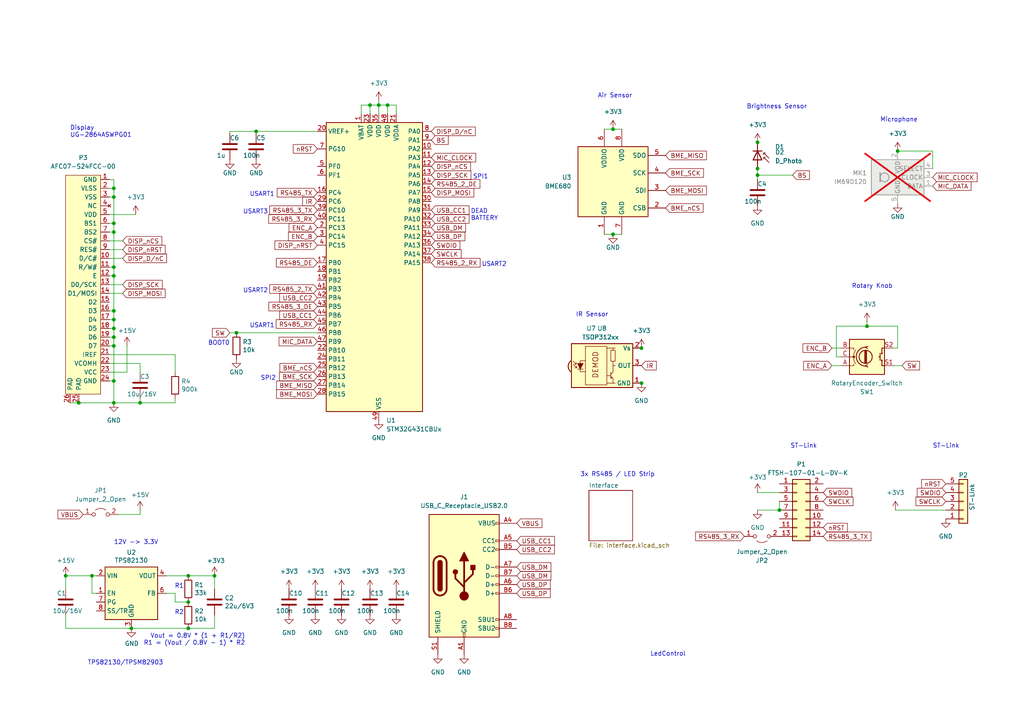
<source format=kicad_sch>
(kicad_sch (version 20231120) (generator "eeschema") (generator_version "8.0")
  (paper "A4")
  (lib_symbols
    (symbol "Connector:USB_C_Receptacle_USB2.0" (pin_names (offset 1.016))
      (property "Reference" "J" (at -10.16 19.05 0))
      (property "Value" "USB_C_Receptacle_USB2.0" (at 19.05 19.05 0))
      (symbol "USB_C_Receptacle_USB2.0_1_1"
        (pin passive line (at 0 -22.86 90) (length 5.08) (name "GND") (number "A1"))
        (pin passive line (at 0 -22.86 90) (length 5.08) hide (name "GND") (number "A12"))
        (pin passive line (at 15.24 15.24 180) (length 5.08) (name "VBUS") (number "A4"))
        (pin bidirectional line (at 15.24 10.16 180) (length 5.08) (name "CC1") (number "A5"))
        (pin bidirectional line (at 15.24 -2.54 180) (length 5.08) (name "D+") (number "A6"))
        (pin bidirectional line (at 15.24 2.54 180) (length 5.08) (name "D-") (number "A7"))
        (pin bidirectional line (at 15.24 -12.7 180) (length 5.08) (name "SBU1") (number "A8"))
        (pin passive line (at 15.24 15.24 180) (length 5.08) hide (name "VBUS") (number "A9"))
        (pin passive line (at 0 -22.86 90) (length 5.08) hide (name "GND") (number "B1"))
        (pin passive line (at 0 -22.86 90) (length 5.08) hide (name "GND") (number "B12"))
        (pin passive line (at 15.24 15.24 180) (length 5.08) hide (name "VBUS") (number "B4"))
        (pin bidirectional line (at 15.24 7.62 180) (length 5.08) (name "CC2") (number "B5"))
        (pin bidirectional line (at 15.24 -5.08 180) (length 5.08) (name "D+") (number "B6"))
        (pin bidirectional line (at 15.24 0 180) (length 5.08) (name "D-") (number "B7"))
        (pin bidirectional line (at 15.24 -15.24 180) (length 5.08) (name "SBU2") (number "B8"))
        (pin passive line (at 15.24 15.24 180) (length 5.08) hide (name "VBUS") (number "B9"))
        (pin passive line (at -7.62 -22.86 90) (length 5.08) (name "SHIELD") (number "S1"))
      )
    )
    (symbol "Connector_Generic:Conn_01x05" (pin_names (offset 1.016) hide)
      (property "Reference" "J" (at 0 7.62 0))
      (property "Value" "Conn_01x05" (at 0 -7.62 0))
      (symbol "Conn_01x05_1_1"
        (pin passive line (at -5.08 5.08 0) (length 3.81) (name "Pin_1") (number "1"))
        (pin passive line (at -5.08 2.54 0) (length 3.81) (name "Pin_2") (number "2"))
        (pin passive line (at -5.08 0 0) (length 3.81) (name "Pin_3") (number "3"))
        (pin passive line (at -5.08 -2.54 0) (length 3.81) (name "Pin_4") (number "4"))
        (pin passive line (at -5.08 -5.08 0) (length 3.81) (name "Pin_5") (number "5"))
      )
    )
    (symbol "Connector_Generic:Conn_02x07_Odd_Even" (pin_names (offset 1.016) hide)
      (property "Reference" "J" (at 1.27 10.16 0))
      (property "Value" "Conn_02x07_Odd_Even" (at 1.27 -10.16 0))
      (symbol "Conn_02x07_Odd_Even_1_1"
        (pin passive line (at -5.08 7.62 0) (length 3.81) (name "Pin_1") (number "1"))
        (pin passive line (at 7.62 -2.54 180) (length 3.81) (name "Pin_10") (number "10"))
        (pin passive line (at -5.08 -5.08 0) (length 3.81) (name "Pin_11") (number "11"))
        (pin passive line (at 7.62 -5.08 180) (length 3.81) (name "Pin_12") (number "12"))
        (pin passive line (at -5.08 -7.62 0) (length 3.81) (name "Pin_13") (number "13"))
        (pin passive line (at 7.62 -7.62 180) (length 3.81) (name "Pin_14") (number "14"))
        (pin passive line (at 7.62 7.62 180) (length 3.81) (name "Pin_2") (number "2"))
        (pin passive line (at -5.08 5.08 0) (length 3.81) (name "Pin_3") (number "3"))
        (pin passive line (at 7.62 5.08 180) (length 3.81) (name "Pin_4") (number "4"))
        (pin passive line (at -5.08 2.54 0) (length 3.81) (name "Pin_5") (number "5"))
        (pin passive line (at 7.62 2.54 180) (length 3.81) (name "Pin_6") (number "6"))
        (pin passive line (at -5.08 0 0) (length 3.81) (name "Pin_7") (number "7"))
        (pin passive line (at 7.62 0 180) (length 3.81) (name "Pin_8") (number "8"))
        (pin passive line (at -5.08 -2.54 0) (length 3.81) (name "Pin_9") (number "9"))
      )
    )
    (symbol "Device:C" (pin_numbers hide) (pin_names (offset 0.254))
      (property "Reference" "C" (at 0.635 2.54 0))
      (property "Value" "C" (at 0.635 -2.54 0))
      (symbol "C_1_1"
        (pin passive line (at 0 3.81 270) (length 2.794) (name "~") (number "1"))
        (pin passive line (at 0 -3.81 90) (length 2.794) (name "~") (number "2"))
      )
    )
    (symbol "Device:D_Photo" (pin_numbers hide) (pin_names hide)
      (property "Reference" "D" (at 0.508 1.778 0))
      (property "Value" "D_Photo" (at -1.016 -2.794 0))
      (symbol "D_Photo_1_1"
        (pin passive line (at -5.08 0 0) (length 2.54) (name "K") (number "1"))
        (pin passive line (at 2.54 0 180) (length 2.54) (name "A") (number "2"))
      )
    )
    (symbol "Device:R" (pin_numbers hide) (pin_names (offset 0))
      (property "Reference" "R" (at 2.032 0 90))
      (property "Value" "R" (at 0 0 90))
      (symbol "R_1_1"
        (pin passive line (at 0 3.81 270) (length 1.27) (name "~") (number "1"))
        (pin passive line (at 0 -3.81 90) (length 1.27) (name "~") (number "2"))
      )
    )
    (symbol "Device:RotaryEncoder_Switch" (pin_names (offset 0.254) hide)
      (property "Reference" "SW" (at 0 6.604 0))
      (property "Value" "RotaryEncoder_Switch" (at 0 -6.604 0))
      (symbol "RotaryEncoder_Switch_1_1"
        (pin passive line (at -7.62 2.54 0) (length 2.54) (name "A") (number "A"))
        (pin passive line (at -7.62 -2.54 0) (length 2.54) (name "B") (number "B"))
        (pin passive line (at -7.62 0 0) (length 2.54) (name "C") (number "C"))
        (pin passive line (at 7.62 2.54 180) (length 2.54) (name "S1") (number "S1"))
        (pin passive line (at 7.62 -2.54 180) (length 2.54) (name "S2") (number "S2"))
      )
    )
    (symbol "Interface_Optical:TSOP312xx"
      (property "Reference" "U" (at -10.16 7.62 0))
      (property "Value" "TSOP312xx" (at -10.16 -7.62 0))
      (symbol "TSOP312xx_0_0"
        (text "DEMOD" (at -3.175 0.254 900) (effects (font (size 1.524 1.524))))
      )
      (symbol "TSOP312xx_1_1"
        (pin power_in line (at 10.16 -5.08 180) (length 2.54) (name "GND") (number "1"))
        (pin power_in line (at 10.16 5.08 180) (length 2.54) (name "Vs") (number "2"))
        (pin output line (at 10.16 0 180) (length 2.54) (name "OUT") (number "3"))
      )
    )
    (symbol "Jumper:Jumper_2_Open" (pin_names (offset 0) hide)
      (property "Reference" "JP" (at 0 2.794 0))
      (property "Value" "Jumper_2_Open" (at 0 -2.286 0))
      (symbol "Jumper_2_Open_1_1"
        (pin passive line (at -5.08 0 0) (length 2.54) (name "A") (number "1"))
        (pin passive line (at 5.08 0 180) (length 2.54) (name "B") (number "2"))
      )
    )
    (symbol "MCU_ST_STM32G4:STM32G431CBUx"
      (property "Reference" "U" (at -12.7 44.45 0))
      (property "Value" "STM32G431CBUx" (at 10.16 44.45 0))
      (symbol "STM32G431CBUx_1_1"
        (pin power_in line (at -2.54 45.72 270) (length 2.54) (name "VBAT") (number "1"))
        (pin bidirectional line (at 17.78 35.56 180) (length 2.54) (name "PA2") (number "10"))
        (pin bidirectional line (at 17.78 33.02 180) (length 2.54) (name "PA3") (number "11"))
        (pin bidirectional line (at 17.78 30.48 180) (length 2.54) (name "PA4") (number "12"))
        (pin bidirectional line (at 17.78 27.94 180) (length 2.54) (name "PA5") (number "13"))
        (pin bidirectional line (at 17.78 25.4 180) (length 2.54) (name "PA6") (number "14"))
        (pin bidirectional line (at 17.78 22.86 180) (length 2.54) (name "PA7") (number "15"))
        (pin bidirectional line (at -15.24 22.86 0) (length 2.54) (name "PC4") (number "16"))
        (pin bidirectional line (at -15.24 2.54 0) (length 2.54) (name "PB0") (number "17"))
        (pin bidirectional line (at -15.24 0 0) (length 2.54) (name "PB1") (number "18"))
        (pin bidirectional line (at -15.24 -2.54 0) (length 2.54) (name "PB2") (number "19"))
        (pin bidirectional line (at -15.24 12.7 0) (length 2.54) (name "PC13") (number "2"))
        (pin input line (at -15.24 40.64 0) (length 2.54) (name "VREF+") (number "20"))
        (pin power_in line (at 7.62 45.72 270) (length 2.54) (name "VDDA") (number "21"))
        (pin bidirectional line (at -15.24 -22.86 0) (length 2.54) (name "PB10") (number "22"))
        (pin power_in line (at 0 45.72 270) (length 2.54) (name "VDD") (number "23"))
        (pin bidirectional line (at -15.24 -25.4 0) (length 2.54) (name "PB11") (number "24"))
        (pin bidirectional line (at -15.24 -27.94 0) (length 2.54) (name "PB12") (number "25"))
        (pin bidirectional line (at -15.24 -30.48 0) (length 2.54) (name "PB13") (number "26"))
        (pin bidirectional line (at -15.24 -33.02 0) (length 2.54) (name "PB14") (number "27"))
        (pin bidirectional line (at -15.24 -35.56 0) (length 2.54) (name "PB15") (number "28"))
        (pin bidirectional line (at -15.24 20.32 0) (length 2.54) (name "PC6") (number "29"))
        (pin bidirectional line (at -15.24 10.16 0) (length 2.54) (name "PC14") (number "3"))
        (pin bidirectional line (at 17.78 20.32 180) (length 2.54) (name "PA8") (number "30"))
        (pin bidirectional line (at 17.78 17.78 180) (length 2.54) (name "PA9") (number "31"))
        (pin bidirectional line (at 17.78 15.24 180) (length 2.54) (name "PA10") (number "32"))
        (pin bidirectional line (at 17.78 12.7 180) (length 2.54) (name "PA11") (number "33"))
        (pin bidirectional line (at 17.78 10.16 180) (length 2.54) (name "PA12") (number "34"))
        (pin power_in line (at 2.54 45.72 270) (length 2.54) (name "VDD") (number "35"))
        (pin bidirectional line (at 17.78 7.62 180) (length 2.54) (name "PA13") (number "36"))
        (pin bidirectional line (at 17.78 5.08 180) (length 2.54) (name "PA14") (number "37"))
        (pin bidirectional line (at 17.78 2.54 180) (length 2.54) (name "PA15") (number "38"))
        (pin bidirectional line (at -15.24 17.78 0) (length 2.54) (name "PC10") (number "39"))
        (pin bidirectional line (at -15.24 7.62 0) (length 2.54) (name "PC15") (number "4"))
        (pin bidirectional line (at -15.24 15.24 0) (length 2.54) (name "PC11") (number "40"))
        (pin bidirectional line (at -15.24 -5.08 0) (length 2.54) (name "PB3") (number "41"))
        (pin bidirectional line (at -15.24 -7.62 0) (length 2.54) (name "PB4") (number "42"))
        (pin bidirectional line (at -15.24 -10.16 0) (length 2.54) (name "PB5") (number "43"))
        (pin bidirectional line (at -15.24 -12.7 0) (length 2.54) (name "PB6") (number "44"))
        (pin bidirectional line (at -15.24 -15.24 0) (length 2.54) (name "PB7") (number "45"))
        (pin bidirectional line (at -15.24 -17.78 0) (length 2.54) (name "PB8") (number "46"))
        (pin bidirectional line (at -15.24 -20.32 0) (length 2.54) (name "PB9") (number "47"))
        (pin power_in line (at 5.08 45.72 270) (length 2.54) (name "VDD") (number "48"))
        (pin power_in line (at 2.54 -43.18 90) (length 2.54) (name "VSS") (number "49"))
        (pin bidirectional line (at -15.24 30.48 0) (length 2.54) (name "PF0") (number "5"))
        (pin bidirectional line (at -15.24 27.94 0) (length 2.54) (name "PF1") (number "6"))
        (pin bidirectional line (at -15.24 35.56 0) (length 2.54) (name "PG10") (number "7"))
        (pin bidirectional line (at 17.78 40.64 180) (length 2.54) (name "PA0") (number "8"))
        (pin bidirectional line (at 17.78 38.1 180) (length 2.54) (name "PA1") (number "9"))
      )
    )
    (symbol "Regulator_Switching:TPS82130"
      (property "Reference" "U" (at 1.27 11.43 0))
      (property "Value" "TPS82130" (at 5.08 8.89 0))
      (symbol "TPS82130_1_1"
        (pin input line (at -10.16 0 0) (length 2.54) (name "EN") (number "1"))
        (pin power_in line (at -10.16 5.08 0) (length 2.54) (name "VIN") (number "2"))
        (pin power_in line (at 0 -10.16 90) (length 2.54) (name "GND") (number "3"))
        (pin power_out line (at 10.16 5.08 180) (length 2.54) (name "VOUT") (number "4"))
        (pin passive line (at 10.16 5.08 180) (length 2.54) hide (name "VOUT") (number "5"))
        (pin input line (at 10.16 0 180) (length 2.54) (name "FB") (number "6"))
        (pin open_collector line (at -10.16 -2.54 0) (length 2.54) (name "PG") (number "7"))
        (pin input line (at -10.16 -5.08 0) (length 2.54) (name "SS/TR") (number "8"))
        (pin passive line (at 0 -10.16 90) (length 2.54) hide (name "GND") (number "9"))
      )
    )
    (symbol "Sensor:BME680"
      (property "Reference" "U" (at -8.89 11.43 0))
      (property "Value" "BME680" (at 7.62 11.43 0))
      (symbol "BME680_1_1"
        (pin power_in line (at -2.54 -15.24 90) (length 5.08) (name "GND") (number "1"))
        (pin input line (at 15.24 -7.62 180) (length 5.08) (name "CSB") (number "2"))
        (pin bidirectional line (at 15.24 -2.54 180) (length 5.08) (name "SDI") (number "3"))
        (pin input line (at 15.24 2.54 180) (length 5.08) (name "SCK") (number "4"))
        (pin bidirectional line (at 15.24 7.62 180) (length 5.08) (name "SDO") (number "5"))
        (pin power_in line (at -2.54 15.24 270) (length 5.08) (name "VDDIO") (number "6"))
        (pin power_in line (at 2.54 -15.24 90) (length 5.08) (name "GND") (number "7"))
        (pin power_in line (at 2.54 15.24 270) (length 5.08) (name "VDD") (number "8"))
      )
    )
    (symbol "Sensor_Audio:IM69D120" (pin_names (offset 0.254))
      (property "Reference" "MK" (at -7.62 6.35 0))
      (property "Value" "IM69D120" (at 1.27 6.35 0))
      (symbol "IM69D120_1_1"
        (pin output line (at 10.16 -2.54 180) (length 2.54) (name "DATA") (number "1"))
        (pin power_in line (at 0 7.62 270) (length 2.54) (name "VDD") (number "2"))
        (pin input line (at 10.16 0 180) (length 2.54) (name "CLOCK") (number "3"))
        (pin input line (at 10.16 2.54 180) (length 2.54) (name "SELECT") (number "4"))
        (pin power_in line (at 0 -7.62 90) (length 2.54) (name "GND") (number "5"))
      )
    )
    (symbol "UG-2864ASWPG01_1" (pin_names (offset 1.016))
      (property "Reference" "P" (at -10.16 33.02 0))
      (property "Value" "UG-2864ASWPG01" (at 1.27 33.02 0))
      (symbol "UG-2864ASWPG01_1_1_1"
        (pin power_in line (at 2.54 30.48 180) (length 2.54) (name "GND") (number "1"))
        (pin input line (at 2.54 7.62 180) (length 2.54) (name "D/C#") (number "10"))
        (pin input line (at 2.54 5.08 180) (length 2.54) (name "R/W#") (number "11"))
        (pin input line (at 2.54 2.54 180) (length 2.54) (name "E") (number "12"))
        (pin input line (at 2.54 0 180) (length 2.54) (name "D0/SCK") (number "13"))
        (pin input line (at 2.54 -2.54 180) (length 2.54) (name "D1/MOSI") (number "14"))
        (pin input line (at 2.54 -5.08 180) (length 2.54) (name "D2") (number "15"))
        (pin input line (at 2.54 -7.62 180) (length 2.54) (name "D3") (number "16"))
        (pin input line (at 2.54 -10.16 180) (length 2.54) (name "D4") (number "17"))
        (pin input line (at 2.54 -12.7 180) (length 2.54) (name "D5") (number "18"))
        (pin input line (at 2.54 -15.24 180) (length 2.54) (name "D6") (number "19"))
        (pin power_in line (at 2.54 27.94 180) (length 2.54) (name "VLSS") (number "2"))
        (pin input line (at 2.54 -17.78 180) (length 2.54) (name "D7") (number "20"))
        (pin input line (at 2.54 -20.32 180) (length 2.54) (name "IREF") (number "21"))
        (pin input line (at 2.54 -22.86 180) (length 2.54) (name "VCOMH") (number "22"))
        (pin power_in line (at 2.54 -25.4 180) (length 2.54) (name "VCC") (number "23"))
        (pin power_in line (at 2.54 -27.94 180) (length 2.54) (name "GND") (number "24"))
        (pin free line (at -6.35 -34.29 90) (length 2.54) (name "PAD") (number "25"))
        (pin free line (at -8.89 -34.29 90) (length 2.54) (name "PAD") (number "26"))
        (pin power_in line (at 2.54 25.4 180) (length 2.54) (name "VSS") (number "3"))
        (pin no_connect line (at 2.54 22.86 180) (length 2.54) (name "NC") (number "4"))
        (pin power_in line (at 2.54 20.32 180) (length 2.54) (name "VDD") (number "5"))
        (pin input line (at 2.54 17.78 180) (length 2.54) (name "BS1") (number "6"))
        (pin input line (at 2.54 15.24 180) (length 2.54) (name "BS2") (number "7"))
        (pin input line (at 2.54 12.7 180) (length 2.54) (name "CS#") (number "8"))
        (pin input line (at 2.54 10.16 180) (length 2.54) (name "RES#") (number "9"))
      )
    )
    (symbol "power:+15V" (power) (pin_names (offset 0))
      (property "Value" "+15V" (at 0 3.556 0))
      (symbol "+15V_1_1"
        (pin power_in line (at 0 0 90) (length 0) hide (name "+15V") (number "1"))
      )
    )
    (symbol "power:+3V3" (power) (pin_names (offset 0))
      (property "Value" "+3V3" (at 0 3.556 0))
      (symbol "+3V3_1_1"
        (pin power_in line (at 0 0 90) (length 0) hide (name "+3V3") (number "1"))
      )
    )
    (symbol "power:GND" (power) (pin_names (offset 0))
      (property "Value" "GND" (at 0 -3.81 0))
      (symbol "GND_1_1"
        (pin power_in line (at 0 0 270) (length 0) hide (name "GND") (number "1"))
      )
    )
  )
  (junction (at 177.8 67.945))
  (junction (at 226.06 147.955))
  (junction (at 33.02 64.77))
  (junction (at 68.58 96.52))
  (junction (at 33.02 100.33))
  (junction (at 260.35 43.815))
  (junction (at 107.315 30.48))
  (junction (at 33.02 110.49))
  (junction (at 33.02 54.61))
  (junction (at 219.71 41.275))
  (junction (at 33.02 77.47))
  (junction (at 33.02 90.17))
  (junction (at 40.64 116.84))
  (junction (at 33.02 92.71))
  (junction (at 54.61 174.625))
  (junction (at 177.8 37.465))
  (junction (at 33.02 57.15))
  (junction (at 22.86 116.84))
  (junction (at 251.46 94.615))
  (junction (at 74.295 38.1))
  (junction (at 33.02 67.31))
  (junction (at 38.1 182.245))
  (junction (at 33.02 97.79))
  (junction (at 33.02 95.25))
  (junction (at 109.855 30.48))
  (junction (at 186.055 111.125))
  (junction (at 19.05 167.005))
  (junction (at 219.71 48.895))
  (junction (at 26.67 167.005))
  (junction (at 54.61 182.245))
  (junction (at 54.61 167.005))
  (junction (at 112.395 30.48))
  (junction (at 186.055 100.965))
  (junction (at 219.71 50.8))
  (junction (at 33.02 116.84))
  (junction (at 33.02 80.01))
  (junction (at 62.23 167.005))
  (wire (pts (xy 33.02 92.71) (xy 33.02 95.25)))
  (wire (pts (xy 270.51 48.895) (xy 270.51 43.815)))
  (wire (pts (xy 66.675 38.1) (xy 74.295 38.1)))
  (wire (pts (xy 33.02 64.77) (xy 33.02 67.31)))
  (wire (pts (xy 33.02 97.79) (xy 33.02 100.33)))
  (wire (pts (xy 48.26 167.005) (xy 54.61 167.005)))
  (wire (pts (xy 33.02 54.61) (xy 33.02 57.15)))
  (wire (pts (xy 34.29 149.225) (xy 40.64 149.225)))
  (wire (pts (xy 219.71 142.875) (xy 226.06 142.875)))
  (wire (pts (xy 219.71 48.895) (xy 219.71 50.8)))
  (wire (pts (xy 38.1 182.245) (xy 54.61 182.245)))
  (wire (pts (xy 33.02 57.15) (xy 33.02 64.77)))
  (wire (pts (xy 22.86 116.84) (xy 33.02 116.84)))
  (wire (pts (xy 259.08 106.045) (xy 261.62 106.045)))
  (wire (pts (xy 31.75 80.01) (xy 33.02 80.01)))
  (wire (pts (xy 26.67 172.085) (xy 26.67 167.005)))
  (wire (pts (xy 40.64 116.84) (xy 40.64 115.57)))
  (wire (pts (xy 175.26 67.945) (xy 177.8 67.945)))
  (wire (pts (xy 33.02 52.07) (xy 33.02 54.61)))
  (wire (pts (xy 33.02 77.47) (xy 33.02 80.01)))
  (wire (pts (xy 241.3 100.965) (xy 243.84 100.965)))
  (wire (pts (xy 260.35 94.615) (xy 251.46 94.615)))
  (wire (pts (xy 219.71 50.8) (xy 219.71 52.07)))
  (wire (pts (xy 19.05 170.815) (xy 19.05 167.005)))
  (wire (pts (xy 31.75 62.23) (xy 39.37 62.23)))
  (wire (pts (xy 109.855 30.48) (xy 109.855 33.02)))
  (wire (pts (xy 260.35 94.615) (xy 260.35 100.965)))
  (wire (pts (xy 31.75 69.85) (xy 35.56 69.85)))
  (wire (pts (xy 31.75 102.87) (xy 50.8 102.87)))
  (wire (pts (xy 31.75 67.31) (xy 33.02 67.31)))
  (wire (pts (xy 19.05 182.245) (xy 38.1 182.245)))
  (wire (pts (xy 31.75 105.41) (xy 40.64 105.41)))
  (wire (pts (xy 226.06 145.415) (xy 226.06 147.955)))
  (wire (pts (xy 31.75 100.33) (xy 33.02 100.33)))
  (wire (pts (xy 33.02 110.49) (xy 33.02 116.84)))
  (wire (pts (xy 50.8 116.84) (xy 50.8 115.57)))
  (wire (pts (xy 62.23 167.005) (xy 54.61 167.005)))
  (wire (pts (xy 40.64 149.225) (xy 40.64 147.955)))
  (wire (pts (xy 31.75 95.25) (xy 33.02 95.25)))
  (wire (pts (xy 107.315 33.02) (xy 107.315 30.48)))
  (wire (pts (xy 40.64 116.84) (xy 50.8 116.84)))
  (wire (pts (xy 66.675 38.735) (xy 66.675 38.1)))
  (wire (pts (xy 31.75 64.77) (xy 33.02 64.77)))
  (wire (pts (xy 31.75 72.39) (xy 35.56 72.39)))
  (wire (pts (xy 31.75 107.95) (xy 36.83 107.95)))
  (wire (pts (xy 31.75 52.07) (xy 33.02 52.07)))
  (wire (pts (xy 242.57 103.505) (xy 243.84 103.505)))
  (wire (pts (xy 62.23 182.245) (xy 62.23 178.435)))
  (wire (pts (xy 270.51 43.815) (xy 260.35 43.815)))
  (wire (pts (xy 104.775 30.48) (xy 107.315 30.48)))
  (wire (pts (xy 33.02 100.33) (xy 33.02 110.49)))
  (wire (pts (xy 68.58 96.52) (xy 92.075 96.52)))
  (wire (pts (xy 260.35 100.965) (xy 259.08 100.965)))
  (wire (pts (xy 40.64 105.41) (xy 40.64 107.95)))
  (wire (pts (xy 175.26 37.465) (xy 177.8 37.465)))
  (wire (pts (xy 107.315 30.48) (xy 109.855 30.48)))
  (wire (pts (xy 19.05 178.435) (xy 19.05 182.245)))
  (wire (pts (xy 62.23 170.815) (xy 62.23 167.005)))
  (wire (pts (xy 50.8 174.625) (xy 54.61 174.625)))
  (wire (pts (xy 26.67 167.005) (xy 27.94 167.005)))
  (wire (pts (xy 104.775 33.02) (xy 104.775 30.48)))
  (wire (pts (xy 54.61 182.245) (xy 62.23 182.245)))
  (wire (pts (xy 92.075 38.1) (xy 74.295 38.1)))
  (wire (pts (xy 50.8 102.87) (xy 50.8 107.95)))
  (wire (pts (xy 112.395 30.48) (xy 112.395 33.02)))
  (wire (pts (xy 33.02 80.01) (xy 33.02 90.17)))
  (wire (pts (xy 27.94 172.085) (xy 26.67 172.085)))
  (wire (pts (xy 251.46 93.345) (xy 251.46 94.615)))
  (wire (pts (xy 31.75 110.49) (xy 33.02 110.49)))
  (wire (pts (xy 31.75 97.79) (xy 33.02 97.79)))
  (wire (pts (xy 109.855 29.21) (xy 109.855 30.48)))
  (wire (pts (xy 33.02 90.17) (xy 33.02 92.71)))
  (wire (pts (xy 251.46 94.615) (xy 242.57 94.615)))
  (wire (pts (xy 177.8 67.945) (xy 180.34 67.945)))
  (wire (pts (xy 259.715 147.955) (xy 274.32 147.955)))
  (wire (pts (xy 36.83 107.95) (xy 36.83 100.33)))
  (wire (pts (xy 19.05 167.005) (xy 26.67 167.005)))
  (wire (pts (xy 33.02 95.25) (xy 33.02 97.79)))
  (wire (pts (xy 31.75 85.09) (xy 35.56 85.09)))
  (wire (pts (xy 66.675 96.52) (xy 68.58 96.52)))
  (wire (pts (xy 50.8 172.085) (xy 50.8 174.625)))
  (wire (pts (xy 242.57 94.615) (xy 242.57 103.505)))
  (wire (pts (xy 31.75 77.47) (xy 33.02 77.47)))
  (wire (pts (xy 33.02 67.31) (xy 33.02 77.47)))
  (wire (pts (xy 74.295 38.1) (xy 74.295 38.735)))
  (wire (pts (xy 31.75 74.93) (xy 35.56 74.93)))
  (wire (pts (xy 177.8 37.465) (xy 180.34 37.465)))
  (wire (pts (xy 31.75 54.61) (xy 33.02 54.61)))
  (wire (pts (xy 20.32 116.84) (xy 22.86 116.84)))
  (wire (pts (xy 48.26 172.085) (xy 50.8 172.085)))
  (wire (pts (xy 31.75 82.55) (xy 35.56 82.55)))
  (wire (pts (xy 241.3 106.045) (xy 243.84 106.045)))
  (wire (pts (xy 114.935 30.48) (xy 114.935 33.02)))
  (wire (pts (xy 219.71 147.955) (xy 226.06 147.955)))
  (wire (pts (xy 219.71 50.8) (xy 229.87 50.8)))
  (wire (pts (xy 31.75 90.17) (xy 33.02 90.17)))
  (wire (pts (xy 109.855 30.48) (xy 112.395 30.48)))
  (wire (pts (xy 112.395 30.48) (xy 114.935 30.48)))
  (wire (pts (xy 31.75 92.71) (xy 33.02 92.71)))
  (wire (pts (xy 31.75 57.15) (xy 33.02 57.15)))
  (wire (pts (xy 33.02 116.84) (xy 40.64 116.84)))
  (text "12V -> 3.3V" (at 33.02 158.115 0) (effects (font (size 1.27 1.27)) (justify left bottom)))
  (text "BOOT0" (at 60.325 100.33 0) (effects (font (size 1.27 1.27)) (justify left bottom)))
  (text "SPI2" (at 75.565 110.49 0) (effects (font (size 1.27 1.27)) (justify left bottom)))
  (text "USART2" (at 70.485 85.09 0) (effects (font (size 1.27 1.27)) (justify left bottom)))
  (text "ST-Link" (at 229.235 130.175 0) (effects (font (size 1.27 1.27)) (justify left bottom)))
  (text "Vout = 0.8V * (1 + R1/R2)\nR1 = (Vout / 0.8V - 1) * R2" (at 71.12 187.325 0) (effects (font (size 1.27 1.27)) (justify right bottom)))
  (text "R1" (at 53.34 170.815 0) (effects (font (size 1.27 1.27)) (justify right bottom)))
  (text "DEAD\nBATTERY" (at 136.525 64.135 0) (effects (font (size 1.27 1.27)) (justify left bottom)))
  (text "Display\nUG-2864ASWPG01" (at 20.32 40.005 0) (effects (font (size 1.27 1.27)) (justify left bottom)))
  (text "Air Sensor" (at 173.355 28.575 0) (effects (font (size 1.27 1.27)) (justify left bottom)))
  (text "USART3" (at 70.485 62.23 0) (effects (font (size 1.27 1.27)) (justify left bottom)))
  (text "Microphone" (at 255.27 35.56 0) (effects (font (size 1.27 1.27)) (justify left bottom)))
  (text "LedControl" (at 188.595 190.5 0) (effects (font (size 1.27 1.27)) (justify left bottom)))
  (text "3x RS485 / LED Strip" (at 168.275 138.43 0) (effects (font (size 1.27 1.27)) (justify left bottom)))
  (text "USART1" (at 72.39 95.25 0) (effects (font (size 1.27 1.27)) (justify left bottom)))
  (text "R2" (at 53.34 178.435 0) (effects (font (size 1.27 1.27)) (justify right bottom)))
  (text "Brightness Sensor" (at 216.535 31.75 0) (effects (font (size 1.27 1.27)) (justify left bottom)))
  (text "TPS82130/TPSM82903" (at 25.4 193.04 0) (effects (font (size 1.27 1.27)) (justify left bottom)))
  (text "USART2" (at 139.7 77.47 0) (effects (font (size 1.27 1.27)) (justify left bottom)))
  (text "IR Sensor" (at 167.005 92.075 0) (effects (font (size 1.27 1.27)) (justify left bottom)))
  (text "SPI1" (at 137.16 52.07 0) (effects (font (size 1.27 1.27)) (justify left bottom)))
  (text "Rotary Knob" (at 247.015 83.82 0) (effects (font (size 1.27 1.27)) (justify left bottom)))
  (text "USART1" (at 72.39 57.15 0) (effects (font (size 1.27 1.27)) (justify left bottom)))
  (text "ST-Link" (at 270.51 130.175 0) (effects (font (size 1.27 1.27)) (justify left bottom)))
  (global_label "SW" (shape input) (at 66.675 96.52 180) (property "Intersheetrefs" "${INTERSHEET_REFS}" (effects (hide yes))))
  (global_label "RS485_3_TX" (shape input) (at 238.76 155.575 0) (property "Intersheetrefs" "${INTERSHEET_REFS}" (effects (hide yes))))
  (global_label "nRST" (shape input) (at 274.32 140.335 180) (property "Intersheetrefs" "${INTERSHEET_REFS}" (effects (hide yes))))
  (global_label "USB_DM" (shape input) (at 149.86 167.005 0) (property "Intersheetrefs" "${INTERSHEET_REFS}" (effects (hide yes))))
  (global_label "BME_nCS" (shape input) (at 92.075 106.68 180) (property "Intersheetrefs" "${INTERSHEET_REFS}" (effects (hide yes))))
  (global_label "BME_MOSI" (shape input) (at 193.04 55.245 0) (property "Intersheetrefs" "${INTERSHEET_REFS}" (effects (hide yes))))
  (global_label "DISP_MOSI" (shape input) (at 125.095 55.88 0) (property "Intersheetrefs" "${INTERSHEET_REFS}" (effects (hide yes))))
  (global_label "MIC_CLOCK" (shape input) (at 125.095 45.72 0) (property "Intersheetrefs" "${INTERSHEET_REFS}" (effects (hide yes))))
  (global_label "RS485_3_RX" (shape input) (at 215.9 155.575 180) (property "Intersheetrefs" "${INTERSHEET_REFS}" (effects (hide yes))))
  (global_label "BME_SCK" (shape input) (at 193.04 50.165 0) (property "Intersheetrefs" "${INTERSHEET_REFS}" (effects (hide yes))))
  (global_label "BME_MISO" (shape input) (at 92.075 111.76 180) (property "Intersheetrefs" "${INTERSHEET_REFS}" (effects (hide yes))))
  (global_label "RS485_RX" (shape input) (at 92.075 93.98 180) (property "Intersheetrefs" "${INTERSHEET_REFS}" (effects (hide yes))))
  (global_label "DISP_nCS" (shape input) (at 125.095 48.26 0) (property "Intersheetrefs" "${INTERSHEET_REFS}" (effects (hide yes))))
  (global_label "DISP_D{slash}nC" (shape input) (at 35.56 74.93 0) (property "Intersheetrefs" "${INTERSHEET_REFS}" (effects (hide yes))))
  (global_label "SW" (shape input) (at 261.62 106.045 0) (property "Intersheetrefs" "${INTERSHEET_REFS}" (effects (hide yes))))
  (global_label "USB_DM" (shape input) (at 125.095 66.04 0) (property "Intersheetrefs" "${INTERSHEET_REFS}" (effects (hide yes))))
  (global_label "ENC_B" (shape input) (at 241.3 100.965 180) (property "Intersheetrefs" "${INTERSHEET_REFS}" (effects (hide yes))))
  (global_label "SWDIO" (shape input) (at 238.76 142.875 0) (property "Intersheetrefs" "${INTERSHEET_REFS}" (effects (hide yes))))
  (global_label "DISP_nRST" (shape input) (at 35.56 72.39 0) (property "Intersheetrefs" "${INTERSHEET_REFS}" (effects (hide yes))))
  (global_label "BS" (shape input) (at 229.87 50.8 0) (property "Intersheetrefs" "${INTERSHEET_REFS}" (effects (hide yes))))
  (global_label "USB_DP" (shape input) (at 149.86 169.545 0) (property "Intersheetrefs" "${INTERSHEET_REFS}" (effects (hide yes))))
  (global_label "DISP_MOSI" (shape input) (at 35.56 85.09 0) (property "Intersheetrefs" "${INTERSHEET_REFS}" (effects (hide yes))))
  (global_label "RS485_3_RX" (shape input) (at 92.075 63.5 180) (property "Intersheetrefs" "${INTERSHEET_REFS}" (effects (hide yes))))
  (global_label "IR" (shape input) (at 186.055 106.045 0) (property "Intersheetrefs" "${INTERSHEET_REFS}" (effects (hide yes))))
  (global_label "RS485_3_DE" (shape input) (at 92.075 88.9 180) (property "Intersheetrefs" "${INTERSHEET_REFS}" (effects (hide yes))))
  (global_label "MIC_CLOCK" (shape input) (at 270.51 51.435 0) (property "Intersheetrefs" "${INTERSHEET_REFS}" (effects (hide yes))))
  (global_label "USB_CC1" (shape input) (at 125.095 60.96 0) (property "Intersheetrefs" "${INTERSHEET_REFS}" (effects (hide yes))))
  (global_label "USB_DP" (shape input) (at 125.095 68.58 0) (property "Intersheetrefs" "${INTERSHEET_REFS}" (effects (hide yes))))
  (global_label "RS485_2_TX" (shape input) (at 92.075 83.82 180) (property "Intersheetrefs" "${INTERSHEET_REFS}" (effects (hide yes))))
  (global_label "BS" (shape input) (at 125.095 40.64 0) (property "Intersheetrefs" "${INTERSHEET_REFS}" (effects (hide yes))))
  (global_label "SWCLK" (shape input) (at 238.76 145.415 0) (property "Intersheetrefs" "${INTERSHEET_REFS}" (effects (hide yes))))
  (global_label "USB_CC1" (shape input) (at 92.075 91.44 180) (property "Intersheetrefs" "${INTERSHEET_REFS}" (effects (hide yes))))
  (global_label "BME_nCS" (shape input) (at 193.04 60.325 0) (property "Intersheetrefs" "${INTERSHEET_REFS}" (effects (hide yes))))
  (global_label "DISP_nRST" (shape input) (at 92.075 71.12 180) (property "Intersheetrefs" "${INTERSHEET_REFS}" (effects (hide yes))))
  (global_label "ENC_A" (shape input) (at 92.075 66.04 180) (property "Intersheetrefs" "${INTERSHEET_REFS}" (effects (hide yes))))
  (global_label "BME_MOSI" (shape input) (at 92.075 114.3 180) (property "Intersheetrefs" "${INTERSHEET_REFS}" (effects (hide yes))))
  (global_label "BME_MISO" (shape input) (at 193.04 45.085 0) (property "Intersheetrefs" "${INTERSHEET_REFS}" (effects (hide yes))))
  (global_label "USB_DP" (shape input) (at 149.86 172.085 0) (property "Intersheetrefs" "${INTERSHEET_REFS}" (effects (hide yes))))
  (global_label "MIC_DATA" (shape input) (at 92.075 99.06 180) (property "Intersheetrefs" "${INTERSHEET_REFS}" (effects (hide yes))))
  (global_label "nRST" (shape input) (at 238.76 153.035 0) (property "Intersheetrefs" "${INTERSHEET_REFS}" (effects (hide yes))))
  (global_label "RS485_DE" (shape input) (at 92.075 76.2 180) (property "Intersheetrefs" "${INTERSHEET_REFS}" (effects (hide yes))))
  (global_label "RS485_2_DE" (shape input) (at 125.095 53.34 0) (property "Intersheetrefs" "${INTERSHEET_REFS}" (effects (hide yes))))
  (global_label "MIC_DATA" (shape input) (at 270.51 53.975 0) (property "Intersheetrefs" "${INTERSHEET_REFS}" (effects (hide yes))))
  (global_label "ENC_B" (shape input) (at 92.075 68.58 180) (property "Intersheetrefs" "${INTERSHEET_REFS}" (effects (hide yes))))
  (global_label "DISP_nCS" (shape input) (at 35.56 69.85 0) (property "Intersheetrefs" "${INTERSHEET_REFS}" (effects (hide yes))))
  (global_label "USB_DM" (shape input) (at 149.86 164.465 0) (property "Intersheetrefs" "${INTERSHEET_REFS}" (effects (hide yes))))
  (global_label "RS485_3_TX" (shape input) (at 92.075 60.96 180) (property "Intersheetrefs" "${INTERSHEET_REFS}" (effects (hide yes))))
  (global_label "BME_SCK" (shape input) (at 92.075 109.22 180) (property "Intersheetrefs" "${INTERSHEET_REFS}" (effects (hide yes))))
  (global_label "RS485_2_RX" (shape input) (at 125.095 76.2 0) (property "Intersheetrefs" "${INTERSHEET_REFS}" (effects (hide yes))))
  (global_label "nRST" (shape input) (at 92.075 43.18 180) (property "Intersheetrefs" "${INTERSHEET_REFS}" (effects (hide yes))))
  (global_label "RS485_TX" (shape input) (at 92.075 55.88 180) (property "Intersheetrefs" "${INTERSHEET_REFS}" (effects (hide yes))))
  (global_label "USB_CC2" (shape input) (at 149.86 159.385 0) (property "Intersheetrefs" "${INTERSHEET_REFS}" (effects (hide yes))))
  (global_label "VBUS" (shape input) (at 149.86 151.765 0) (property "Intersheetrefs" "${INTERSHEET_REFS}" (effects (hide yes))))
  (global_label "VBUS" (shape input) (at 24.13 149.225 180) (property "Intersheetrefs" "${INTERSHEET_REFS}" (effects (hide yes))))
  (global_label "DISP_SCK" (shape input) (at 35.56 82.55 0) (property "Intersheetrefs" "${INTERSHEET_REFS}" (effects (hide yes))))
  (global_label "USB_CC2" (shape input) (at 92.075 86.36 180) (property "Intersheetrefs" "${INTERSHEET_REFS}" (effects (hide yes))))
  (global_label "SWCLK" (shape input) (at 274.32 145.415 180) (property "Intersheetrefs" "${INTERSHEET_REFS}" (effects (hide yes))))
  (global_label "ENC_A" (shape input) (at 241.3 106.045 180) (property "Intersheetrefs" "${INTERSHEET_REFS}" (effects (hide yes))))
  (global_label "DISP_SCK" (shape input) (at 125.095 50.8 0) (property "Intersheetrefs" "${INTERSHEET_REFS}" (effects (hide yes))))
  (global_label "SWDIO" (shape input) (at 125.095 71.12 0) (property "Intersheetrefs" "${INTERSHEET_REFS}" (effects (hide yes))))
  (global_label "USB_CC2" (shape input) (at 125.095 63.5 0) (property "Intersheetrefs" "${INTERSHEET_REFS}" (effects (hide yes))))
  (global_label "IR" (shape input) (at 92.075 58.42 180) (property "Intersheetrefs" "${INTERSHEET_REFS}" (effects (hide yes))))
  (global_label "SWCLK" (shape input) (at 125.095 73.66 0) (property "Intersheetrefs" "${INTERSHEET_REFS}" (effects (hide yes))))
  (global_label "DISP_D{slash}nC" (shape input) (at 125.095 38.1 0) (property "Intersheetrefs" "${INTERSHEET_REFS}" (effects (hide yes))))
  (global_label "SWDIO" (shape input) (at 274.32 142.875 180) (property "Intersheetrefs" "${INTERSHEET_REFS}" (effects (hide yes))))
  (global_label "USB_CC1" (shape input) (at 149.86 156.845 0) (property "Intersheetrefs" "${INTERSHEET_REFS}" (effects (hide yes))))
  (symbol (lib_id "Sensor:BME680") (at 177.8 52.705 0) (unit 1) (in_bom no)
    (property "Reference" "U3" (at 165.735 51.435 0) (effects (justify right)))
    (property "Value" "BME680" (at 165.735 53.975 0) (effects (justify right)))
    (property "Footprint" "local:BME680" (effects (hide yes)))
    (property "Datasheet" "https://ae-bst.resource.bosch.com/media/_tech/media/datasheets/BST-BME680-DS001.pdf" (effects (hide yes)))
  )
  (symbol (lib_id "power:GND") (at 219.71 147.955 0) (unit 1)
    (property "Reference" "#PWR060" (effects (hide yes)))
    (property "Value" "GND" (at 219.71 153.035 0))
  )
  (symbol (lib_id "power:GND") (at 127 189.865 0) (unit 1)
    (property "Reference" "#PWR054" (effects (hide yes)))
    (property "Value" "GND" (at 127 194.945 0))
  )
  (symbol (lib_id "Device:D_Photo") (at 219.71 46.355 270) (unit 1) (in_bom no)
    (property "Reference" "D1" (at 224.79 42.545 90) (effects (justify left)))
    (property "Value" "D_Photo" (at 224.79 46.6725 90) (effects (justify left)))
    (property "Footprint" "local:PhotoDiode" (effects (hide yes)))
  )
  (symbol (lib_id "power:+3V3") (at 259.715 147.955 0) (unit 1)
    (property "Reference" "#PWR019" (effects (hide yes)))
    (property "Value" "+3V3" (at 259.715 142.875 0))
  )
  (symbol (lib_id "power:+3V3") (at 83.82 170.815 0) (unit 1)
    (property "Reference" "#PWR04" (effects (hide yes)))
    (property "Value" "+3V3" (at 83.82 165.735 0))
  )
  (symbol (lib_id "power:+3V3") (at 219.71 41.275 0) (unit 1)
    (property "Reference" "#PWR029" (effects (hide yes)))
    (property "Value" "+3V3" (at 219.71 36.195 0))
  )
  (symbol (lib_id "power:+3V3") (at 107.315 170.815 0) (unit 1)
    (property "Reference" "#PWR055" (effects (hide yes)))
    (property "Value" "+3V3" (at 107.315 165.735 0))
  )
  (symbol (lib_id "power:GND") (at 177.8 67.945 0) (unit 1)
    (property "Reference" "#PWR023" (effects (hide yes)))
    (property "Value" "GND" (at 177.8 71.755 0))
  )
  (symbol (lib_id "power:GND") (at 99.06 178.435 0) (unit 1)
    (property "Reference" "#PWR033" (effects (hide yes)))
    (property "Value" "GND" (at 99.06 183.515 0))
  )
  (symbol (lib_id "power:GND") (at 33.02 116.84 0) (unit 1)
    (property "Reference" "#PWR01" (effects (hide yes)))
    (property "Value" "GND" (at 33.02 121.92 0))
  )
  (symbol (lib_id "power:GND") (at 66.675 46.355 0) (unit 1)
    (property "Reference" "#PWR031" (effects (hide yes)))
    (property "Value" "GND" (at 66.675 50.165 0))
  )
  (symbol (lib_id "power:GND") (at 260.35 59.055 0) (unit 1)
    (property "Reference" "#PWR025" (effects (hide yes)))
    (property "Value" "GND" (at 260.35 62.865 0))
  )
  (symbol (lib_id "Device:C") (at 219.71 55.88 0) (unit 1)
    (property "Reference" "C4" (at 219.71 53.34 0) (effects (justify left)))
    (property "Value" "100n" (at 215.9 58.42 0) (effects (justify left)))
    (property "Footprint" "local:0603" (effects (hide yes)))
  )
  (symbol (lib_id "Device:R") (at 54.61 170.815 0) (unit 1)
    (property "Reference" "R1" (at 56.388 169.6466 0) (effects (justify left)))
    (property "Value" "33k" (at 56.388 171.958 0) (effects (justify left)))
    (property "Footprint" "local:0603" (effects (hide yes)))
  )
  (symbol (lib_id "Device:C") (at 114.935 174.625 0) (unit 1)
    (property "Reference" "C14" (at 114.935 172.085 0) (effects (justify left)))
    (property "Value" "100n" (at 111.125 177.165 0) (effects (justify left)))
    (property "Footprint" "local:0603" (effects (hide yes)))
  )
  (symbol (lib_id "power:+3V3") (at 219.71 142.875 0) (unit 1)
    (property "Reference" "#PWR059" (effects (hide yes)))
    (property "Value" "+3V3" (at 219.71 138.43 0))
  )
  (symbol (lib_id "power:+3V3") (at 177.8 37.465 0) (unit 1)
    (property "Reference" "#PWR024" (effects (hide yes)))
    (property "Value" "+3V3" (at 177.8 32.385 0))
  )
  (symbol (lib_id "power:GND") (at 107.315 178.435 0) (unit 1)
    (property "Reference" "#PWR056" (effects (hide yes)))
    (property "Value" "GND" (at 107.315 183.515 0))
  )
  (symbol (lib_id "power:GND") (at 186.055 111.125 0) (unit 1)
    (property "Reference" "#PWR052" (effects (hide yes)))
    (property "Value" "GND" (at 186.055 116.205 0))
  )
  (symbol (lib_id "power:+3V3") (at 114.935 170.815 0) (unit 1)
    (property "Reference" "#PWR057" (effects (hide yes)))
    (property "Value" "+3V3" (at 114.935 165.735 0))
  )
  (symbol (lib_id "MCU_ST_STM32G4:STM32G431CBUx") (at 107.315 78.74 0) (unit 1)
    (property "Reference" "U1" (at 112.0491 121.92 0) (effects (justify left)))
    (property "Value" "STM32G431CBUx" (at 112.0491 124.46 0) (effects (justify left)))
    (property "Footprint" "local:STM32G431CBU" (effects (hide yes)))
    (property "Datasheet" "https://www.st.com/resource/en/datasheet/stm32g431cb.pdf" (effects (hide yes)))
  )
  (symbol (lib_id "Device:C") (at 91.44 174.625 0) (unit 1)
    (property "Reference" "C11" (at 91.44 172.085 0) (effects (justify left)))
    (property "Value" "100n" (at 87.63 177.165 0) (effects (justify left)))
    (property "Footprint" "local:0603" (effects (hide yes)))
  )
  (symbol (lib_id "power:GND") (at 134.62 189.865 0) (unit 1)
    (property "Reference" "#PWR022" (effects (hide yes)))
    (property "Value" "GND" (at 134.62 194.945 0))
  )
  (symbol (lib_id "Device:C") (at 99.06 174.625 0) (unit 1)
    (property "Reference" "C12" (at 99.06 172.085 0) (effects (justify left)))
    (property "Value" "100n" (at 95.25 177.165 0) (effects (justify left)))
    (property "Footprint" "local:0603" (effects (hide yes)))
  )
  (symbol (lib_id "power:GND") (at 38.1 182.245 0) (unit 1)
    (property "Reference" "#PWR011" (effects (hide yes)))
    (property "Value" "GND" (at 38.227 186.6392 0))
  )
  (symbol (lib_id "Device:C") (at 19.05 174.625 0) (unit 1)
    (property "Reference" "C1" (at 16.51 172.085 0) (effects (justify left)))
    (property "Value" "10u/16V" (at 15.24 177.165 0) (effects (justify left)))
    (property "Footprint" "local:1206" (effects (hide yes)))
  )
  (symbol (lib_id "power:+3V3") (at 186.055 100.965 0) (unit 1)
    (property "Reference" "#PWR053" (effects (hide yes)))
    (property "Value" "+3V3" (at 186.055 95.885 0))
  )
  (symbol (lib_id "power:+15V") (at 40.64 147.955 0) (unit 1)
    (property "Reference" "#PWR034" (effects (hide yes)))
    (property "Value" "+15V" (at 40.64 143.51 0))
  )
  (symbol (lib_id "Device:C") (at 83.82 174.625 0) (unit 1)
    (property "Reference" "C10" (at 83.82 172.085 0) (effects (justify left)))
    (property "Value" "100n" (at 80.01 177.165 0) (effects (justify left)))
    (property "Footprint" "local:0603" (effects (hide yes)))
  )
  (symbol (lib_id "Regulator_Switching:TPS82130") (at 38.1 172.085 0) (unit 1)
    (property "Reference" "U2" (at 38.1 160.2232 0))
    (property "Value" "TPS82130" (at 38.1 162.5346 0))
    (property "Footprint" "local:TPS82130" (effects (hide yes)))
    (property "Datasheet" "http://www.ti.com/lit/ds/symlink/tps82130.pdf" (effects (hide yes)))
  )
  (symbol (lib_id "power:GND") (at 109.855 121.92 0) (unit 1)
    (property "Reference" "#PWR06" (effects (hide yes)))
    (property "Value" "GND" (at 109.855 127 0))
  )
  (symbol (lib_id "power:+15V") (at 36.83 100.33 0) (unit 1)
    (property "Reference" "#PWR020" (effects (hide yes)))
    (property "Value" "+15V" (at 36.83 95.885 0))
  )
  (symbol (lib_id "Connector_Generic:Conn_01x05") (at 279.4 145.415 0) (mirror x) (unit 1) (in_bom no)
    (property "Reference" "P2" (at 279.4 137.795 0))
    (property "Value" "ST-Link" (at 281.94 144.145 90))
    (property "Footprint" "local:ProgPads" (effects (hide yes)))
  )
  (symbol (lib_id "Device:C") (at 66.675 42.545 0) (unit 1)
    (property "Reference" "C6" (at 66.675 40.005 0) (effects (justify left)))
    (property "Value" "1u" (at 62.865 45.085 0) (effects (justify left)))
    (property "Footprint" "local:0603" (effects (hide yes)))
  )
  (symbol (lib_id "power:+3V3") (at 91.44 170.815 0) (unit 1)
    (property "Reference" "#PWR028" (effects (hide yes)))
    (property "Value" "+3V3" (at 91.44 165.735 0))
  )
  (symbol (lib_id "power:+3V3") (at 39.37 62.23 0) (unit 1)
    (property "Reference" "#PWR03" (effects (hide yes)))
    (property "Value" "+3V3" (at 39.37 57.15 0))
  )
  (symbol (lib_id "power:GND") (at 68.58 104.14 0) (unit 1)
    (property "Reference" "#PWR015" (effects (hide yes)))
    (property "Value" "GND" (at 68.58 107.95 0))
  )
  (symbol (lib_id "Device:D_Photo") (at 219.71 46.355 270) (unit 1) (in_bom no)
    (property "Reference" "D2" (at 224.79 44.1325 90) (effects (justify left)))
    (property "Value" "D_Photo" (at 224.79 46.6725 90) (effects (justify left)))
    (property "Footprint" "local:PhotoDiode" (effects (hide yes)))
  )
  (symbol (lib_id "power:GND") (at 74.295 46.355 0) (unit 1)
    (property "Reference" "#PWR030" (effects (hide yes)))
    (property "Value" "GND" (at 74.295 50.165 0))
  )
  (symbol (lib_id "power:+3V3") (at 62.23 167.005 0) (unit 1)
    (property "Reference" "#PWR012" (effects (hide yes)))
    (property "Value" "+3V3" (at 62.611 162.6108 0))
  )
  (symbol (lib_id "power:GND") (at 274.32 150.495 0) (unit 1)
    (property "Reference" "#PWR018" (effects (hide yes)))
    (property "Value" "GND" (at 274.32 155.575 0))
  )
  (symbol (lib_id "Interface_Optical:TSOP312xx") (at 175.895 106.045 0) (unit 1) (in_bom no)
    (property "Reference" "U7" (at 171.45 95.25 0))
    (property "Value" "TSOP312xx" (at 174.16 97.79 0))
    (property "Footprint" "local:TSOP31238" (effects (hide yes)))
    (property "Datasheet" "http://www.vishay.com/docs/82492/tsop312.pdf" (effects (hide yes)))
  )
  (symbol (lib_id "Device:C") (at 62.23 174.625 0) (unit 1)
    (property "Reference" "C2" (at 65.151 173.4566 0) (effects (justify left)))
    (property "Value" "22u/6V3" (at 65.151 175.768 0) (effects (justify left)))
    (property "Footprint" "local:0805" (effects (hide yes)))
  )
  (symbol (lib_id "power:+3V3") (at 99.06 170.815 0) (unit 1)
    (property "Reference" "#PWR032" (effects (hide yes)))
    (property "Value" "+3V3" (at 99.06 165.735 0))
  )
  (symbol (lib_id "Sensor_Audio:IM69D120") (at 260.35 51.435 0) (unit 1) (dnp yes)
    (property "Reference" "MK1" (at 251.46 50.165 0) (effects (justify right)))
    (property "Value" "IM69D120" (at 251.46 52.705 0) (effects (justify right)))
    (property "Footprint" "Sensor_Audio:Infineon_PG-LLGA-5-1" (effects (hide yes)))
    (property "Datasheet" "https://www.infineon.com/dgdl/Infineon-IM69D120-DS-v01_00-EN.pdf?fileId=5546d462602a9dc801607a0e41a01a2b" (effects (hide yes)))
  )
  (symbol (lib_id "Device:R") (at 50.8 111.76 0) (unit 1)
    (property "Reference" "R4" (at 52.578 110.5916 0) (effects (justify left)))
    (property "Value" "900k" (at 52.578 112.903 0) (effects (justify left)))
    (property "Footprint" "local:0603" (effects (hide yes)))
  )
  (symbol (lib_id "Device:RotaryEncoder_Switch") (at 251.46 103.505 0) (mirror x) (unit 1) (in_bom no)
    (property "Reference" "SW1" (at 251.46 113.665 0))
    (property "Value" "RotaryEncoder_Switch" (at 251.46 111.125 0))
    (property "Footprint" "local:PEC12R-4217F-S0024" (effects (hide yes)))
  )
  (symbol (lib_id "Interface_Optical:TSOP312xx") (at 175.895 106.045 0) (unit 1) (in_bom no)
    (property "Reference" "U8" (at 174.625 95.25 0))
    (property "Value" "TSOP312xx" (at 174.16 97.79 0))
    (property "Footprint" "local:TSOP31238" (effects (hide yes)))
    (property "Datasheet" "http://www.vishay.com/docs/82492/tsop312.pdf" (effects (hide yes)))
  )
  (symbol (lib_id "Device:C") (at 74.295 42.545 0) (unit 1)
    (property "Reference" "C5" (at 74.295 40.005 0) (effects (justify left)))
    (property "Value" "100n" (at 70.485 45.085 0) (effects (justify left)))
    (property "Footprint" "local:0603" (effects (hide yes)))
  )
  (symbol (lib_name "UG-2864ASWPG01_1") (lib_id "local:UG-2864ASWPG01") (at 29.21 82.55 0) (unit 1)
    (property "Reference" "P3" (at 24.13 45.72 0))
    (property "Value" "AFC07-S24FCC-00" (at 24.13 48.26 0))
    (property "Footprint" "local:Connector-Flat-24-0.5mm" (effects (hide yes)))
  )
  (symbol (lib_id "Connector_Generic:Conn_02x07_Odd_Even") (at 231.14 147.955 0) (unit 1)
    (property "Reference" "P1" (at 232.41 134.62 0))
    (property "Value" "FTSH-107-01-L-DV-K" (at 234.315 137.16 0))
    (property "Footprint" "local:PinHeader-2x7-1.27mm-smd" (effects (hide yes)))
  )
  (symbol (lib_id "Jumper:Jumper_2_Open") (at 220.98 155.575 0) (mirror x) (unit 1) (in_bom no)
    (property "Reference" "JP2" (at 220.98 162.56 0))
    (property "Value" "Jumper_2_Open" (at 220.98 160.02 0))
    (property "Footprint" "local:Jumper" (effects (hide yes)))
  )
  (symbol (lib_id "power:GND") (at 91.44 178.435 0) (unit 1)
    (property "Reference" "#PWR027" (effects (hide yes)))
    (property "Value" "GND" (at 91.44 183.515 0))
  )
  (symbol (lib_id "power:+15V") (at 19.05 167.005 0) (unit 1)
    (property "Reference" "#PWR08" (effects (hide yes)))
    (property "Value" "+15V" (at 19.05 162.56 0))
  )
  (symbol (lib_id "Connector:USB_C_Receptacle_USB2.0") (at 134.62 167.005 0) (unit 1) (in_bom no)
    (property "Reference" "J1" (at 134.62 144.145 0))
    (property "Value" "USB_C_Receptacle_USB2.0" (at 134.62 146.685 0))
    (property "Footprint" "local:USB4105-GF-A-120" (effects (hide yes)))
    (property "Datasheet" "https://www.usb.org/sites/default/files/documents/usb_type-c.zip" (effects (hide yes)))
  )
  (symbol (lib_id "power:+3V3") (at 260.35 43.815 0) (unit 1)
    (property "Reference" "#PWR026" (effects (hide yes)))
    (property "Value" "+3V3" (at 260.35 38.735 0))
  )
  (symbol (lib_id "Device:R") (at 68.58 100.33 0) (unit 1)
    (property "Reference" "R3" (at 70.358 99.1616 0) (effects (justify left)))
    (property "Value" "10k" (at 70.358 101.473 0) (effects (justify left)))
    (property "Footprint" "local:0603" (effects (hide yes)))
  )
  (symbol (lib_id "Jumper:Jumper_2_Open") (at 29.21 149.225 0) (unit 1) (in_bom no)
    (property "Reference" "JP1" (at 29.21 142.24 0))
    (property "Value" "Jumper_2_Open" (at 29.21 144.78 0))
    (property "Footprint" "local:Jumper" (effects (hide yes)))
  )
  (symbol (lib_id "power:+3V3") (at 251.46 93.345 0) (unit 1)
    (property "Reference" "#PWR013" (effects (hide yes)))
    (property "Value" "+3V3" (at 251.46 88.265 0))
  )
  (symbol (lib_id "power:GND") (at 83.82 178.435 0) (unit 1)
    (property "Reference" "#PWR05" (effects (hide yes)))
    (property "Value" "GND" (at 83.82 183.515 0))
  )
  (symbol (lib_id "power:+3V3") (at 109.855 29.21 0) (unit 1)
    (property "Reference" "#PWR07" (effects (hide yes)))
    (property "Value" "+3V3" (at 109.855 24.13 0))
  )
  (symbol (lib_id "Device:R") (at 54.61 178.435 0) (unit 1)
    (property "Reference" "R2" (at 56.388 177.2666 0) (effects (justify left)))
    (property "Value" "10k" (at 56.388 179.578 0) (effects (justify left)))
    (property "Footprint" "local:0603" (effects (hide yes)))
  )
  (symbol (lib_id "power:GND") (at 114.935 178.435 0) (unit 1)
    (property "Reference" "#PWR058" (effects (hide yes)))
    (property "Value" "GND" (at 114.935 183.515 0))
  )
  (symbol (lib_id "power:GND") (at 219.71 59.69 0) (unit 1)
    (property "Reference" "#PWR021" (effects (hide yes)))
    (property "Value" "GND" (at 219.71 64.77 0))
  )
  (symbol (lib_id "Device:C") (at 107.315 174.625 0) (unit 1)
    (property "Reference" "C13" (at 107.315 172.085 0) (effects (justify left)))
    (property "Value" "100n" (at 103.505 177.165 0) (effects (justify left)))
    (property "Footprint" "local:0603" (effects (hide yes)))
  )
  (symbol (lib_id "Device:C") (at 40.64 111.76 0) (unit 1)
    (property "Reference" "C3" (at 40.64 109.22 0) (effects (justify left)))
    (property "Value" "10u/16V" (at 36.83 114.3 0) (effects (justify left)))
    (property "Footprint" "local:1206" (effects (hide yes)))
  )
  (sheet (at 170.815 142.24) (size 12.7 14.605) (stroke (width 0.1524))
    (property "Sheetname" "Interface" (at 170.815 141.5284 0) (effects (justify left bottom)))
    (property "Sheetfile" "interface.kicad_sch" (at 170.815 157.4296 0) (effects (justify left top)))
  )
)
</source>
